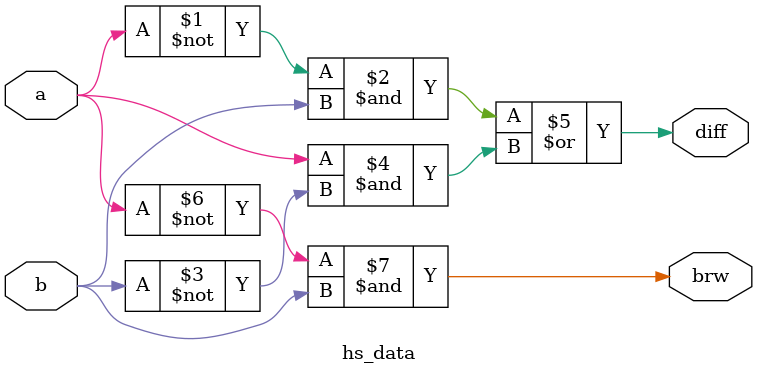
<source format=v>
module hs_data(a,b,diff,brw);

input a,b;
output diff,brw;

assign diff = (~a & b) | (a & ~b);
assign brw = ~a&b;

endmodule


</source>
